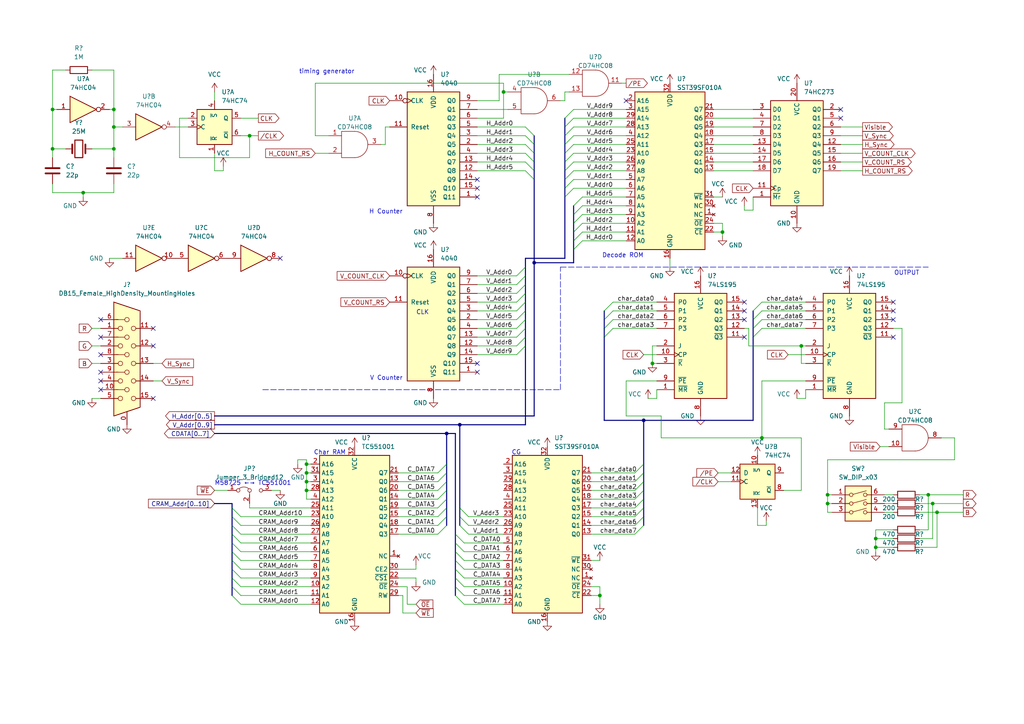
<source format=kicad_sch>
(kicad_sch (version 20211123) (generator eeschema)
  (paper "A4")
  (junction (at 88.9 139.7))
  (junction (at 133.35 123.19))
  (junction (at 189.23 105.41))
  (junction (at 129.54 125.73))
  (junction (at 15.24 43.18))
  (junction (at 209.55 67.31))
  (junction (at 154.94 76.2))
  (junction (at 240.03 143.51))
  (junction (at 186.69 121.92))
  (junction (at 232.41 100.33))
  (junction (at 33.02 31.75))
  (junction (at 88.9 142.24))
  (junction (at 146.05 26.67))
  (junction (at 15.24 31.75))
  (junction (at 72.39 39.37))
  (junction (at 271.78 148.59))
  (junction (at 254 158.75))
  (junction (at 254 156.21))
  (junction (at 269.24 143.51))
  (junction (at 24.13 55.88))
  (junction (at 88.9 137.16))
  (junction (at 173.99 172.72))
  (junction (at 270.51 146.05))
  (junction (at 220.98 127))
  (junction (at 240.03 146.05))
  (junction (at 33.02 36.83))
  (junction (at 33.02 43.18))
  (junction (at 88.9 134.62))
  (no_connect (at 138.43 105.41))
  (no_connect (at 29.21 102.87))
  (no_connect (at 29.21 107.95))
  (no_connect (at 29.21 110.49))
  (no_connect (at 29.21 113.03))
  (no_connect (at 44.45 95.25))
  (no_connect (at 29.21 92.71))
  (no_connect (at 29.21 97.79))
  (no_connect (at 44.45 100.33))
  (no_connect (at 44.45 115.57))
  (no_connect (at 81.28 74.93))
  (no_connect (at 243.84 34.29))
  (no_connect (at 215.9 87.63))
  (no_connect (at 259.08 90.17))
  (no_connect (at 259.08 92.71))
  (no_connect (at 215.9 90.17))
  (no_connect (at 138.43 107.95))
  (no_connect (at 215.9 97.79))
  (no_connect (at 259.08 97.79))
  (no_connect (at 215.9 92.71))
  (no_connect (at 138.43 54.61))
  (no_connect (at 243.84 31.75))
  (no_connect (at 181.61 29.21))
  (no_connect (at 138.43 57.15))
  (no_connect (at 138.43 52.07))
  (no_connect (at 259.08 87.63))
  (bus_entry (at 166.37 36.83) (size -2.54 2.54))
  (bus_entry (at 186.69 147.32) (size -2.54 2.54))
  (bus_entry (at 166.37 62.23) (size 2.54 -2.54))
  (bus_entry (at 166.37 31.75) (size -2.54 2.54))
  (bus_entry (at 166.37 54.61) (size -2.54 2.54))
  (bus_entry (at 166.37 44.45) (size -2.54 2.54))
  (bus_entry (at 166.37 34.29) (size -2.54 2.54))
  (bus_entry (at 152.4 44.45) (size 2.54 2.54))
  (bus_entry (at 218.44 97.79) (size 2.54 -2.54))
  (bus_entry (at 67.31 172.72) (size 2.54 2.54))
  (bus_entry (at 67.31 147.32) (size 2.54 2.54))
  (bus_entry (at 149.86 100.33) (size 2.54 -2.54))
  (bus_entry (at 127 142.24) (size 2.54 -2.54))
  (bus_entry (at 218.44 95.25) (size 2.54 -2.54))
  (bus_entry (at 218.44 92.71) (size 2.54 -2.54))
  (bus_entry (at 127 149.86) (size 2.54 -2.54))
  (bus_entry (at 133.35 147.32) (size 2.54 2.54))
  (bus_entry (at 166.37 64.77) (size 2.54 -2.54))
  (bus_entry (at 152.4 39.37) (size 2.54 2.54))
  (bus_entry (at 67.31 165.1) (size 2.54 2.54))
  (bus_entry (at 152.4 36.83) (size 2.54 2.54))
  (bus_entry (at 186.69 134.62) (size -2.54 2.54))
  (bus_entry (at 127 147.32) (size 2.54 -2.54))
  (bus_entry (at 186.69 139.7) (size -2.54 2.54))
  (bus_entry (at 166.37 69.85) (size 2.54 -2.54))
  (bus_entry (at 149.86 80.01) (size 2.54 -2.54))
  (bus_entry (at 166.37 41.91) (size -2.54 2.54))
  (bus_entry (at 152.4 46.99) (size 2.54 2.54))
  (bus_entry (at 186.69 149.86) (size -2.54 2.54))
  (bus_entry (at 166.37 59.69) (size 2.54 -2.54))
  (bus_entry (at 149.86 85.09) (size 2.54 -2.54))
  (bus_entry (at 149.86 97.79) (size 2.54 -2.54))
  (bus_entry (at 67.31 152.4) (size 2.54 2.54))
  (bus_entry (at 149.86 92.71) (size 2.54 -2.54))
  (bus_entry (at 166.37 72.39) (size 2.54 -2.54))
  (bus_entry (at 149.86 95.25) (size 2.54 -2.54))
  (bus_entry (at 166.37 39.37) (size -2.54 2.54))
  (bus_entry (at 186.69 144.78) (size -2.54 2.54))
  (bus_entry (at 127 144.78) (size 2.54 -2.54))
  (bus_entry (at 149.86 82.55) (size 2.54 -2.54))
  (bus_entry (at 175.26 97.79) (size 2.54 -2.54))
  (bus_entry (at 133.35 149.86) (size 2.54 2.54))
  (bus_entry (at 166.37 52.07) (size -2.54 2.54))
  (bus_entry (at 67.31 170.18) (size 2.54 2.54))
  (bus_entry (at 166.37 67.31) (size 2.54 -2.54))
  (bus_entry (at 127 139.7) (size 2.54 -2.54))
  (bus_entry (at 127 152.4) (size 2.54 -2.54))
  (bus_entry (at 134.62 165.1) (size -2.54 -2.54))
  (bus_entry (at 67.31 154.94) (size 2.54 2.54))
  (bus_entry (at 67.31 162.56) (size 2.54 2.54))
  (bus_entry (at 134.62 162.56) (size -2.54 -2.54))
  (bus_entry (at 67.31 167.64) (size 2.54 2.54))
  (bus_entry (at 175.26 92.71) (size 2.54 -2.54))
  (bus_entry (at 134.62 160.02) (size -2.54 -2.54))
  (bus_entry (at 127 137.16) (size 2.54 -2.54))
  (bus_entry (at 134.62 172.72) (size -2.54 -2.54))
  (bus_entry (at 166.37 49.53) (size -2.54 2.54))
  (bus_entry (at 134.62 157.48) (size -2.54 -2.54))
  (bus_entry (at 218.44 90.17) (size 2.54 -2.54))
  (bus_entry (at 166.37 46.99) (size -2.54 2.54))
  (bus_entry (at 133.35 152.4) (size 2.54 2.54))
  (bus_entry (at 127 154.94) (size 2.54 -2.54))
  (bus_entry (at 134.62 167.64) (size -2.54 -2.54))
  (bus_entry (at 149.86 90.17) (size 2.54 -2.54))
  (bus_entry (at 175.26 95.25) (size 2.54 -2.54))
  (bus_entry (at 67.31 160.02) (size 2.54 2.54))
  (bus_entry (at 149.86 87.63) (size 2.54 -2.54))
  (bus_entry (at 67.31 157.48) (size 2.54 2.54))
  (bus_entry (at 67.31 149.86) (size 2.54 2.54))
  (bus_entry (at 152.4 49.53) (size 2.54 2.54))
  (bus_entry (at 186.69 142.24) (size -2.54 2.54))
  (bus_entry (at 149.86 102.87) (size 2.54 -2.54))
  (bus_entry (at 134.62 170.18) (size -2.54 -2.54))
  (bus_entry (at 186.69 137.16) (size -2.54 2.54))
  (bus_entry (at 186.69 152.4) (size -2.54 2.54))
  (bus_entry (at 175.26 90.17) (size 2.54 -2.54))
  (bus_entry (at 152.4 41.91) (size 2.54 2.54))
  (bus_entry (at 134.62 175.26) (size -2.54 -2.54))
  (wire (pts (xy 146.05 172.72) (xy 134.62 172.72)))
  (wire (pts (xy 240.03 143.51) (xy 241.3 143.51)))
  (wire (pts (xy 120.65 163.83) (xy 120.65 165.1)))
  (wire (pts (xy 146.05 170.18) (xy 134.62 170.18)))
  (wire (pts (xy 194.31 77.47) (xy 194.31 74.93)))
  (wire (pts (xy 233.68 105.41) (xy 232.41 105.41)))
  (wire (pts (xy 115.57 137.16) (xy 127 137.16)))
  (bus (pts (xy 175.26 97.79) (xy 175.26 121.92)))
  (wire (pts (xy 86.36 134.62) (xy 86.36 133.35)))
  (bus (pts (xy 166.37 64.77) (xy 166.37 67.31)))
  (wire (pts (xy 276.86 133.35) (xy 240.03 133.35)))
  (wire (pts (xy 168.91 62.23) (xy 181.61 62.23)))
  (bus (pts (xy 152.4 85.09) (xy 152.4 87.63)))
  (bus (pts (xy 186.69 139.7) (xy 186.69 142.24)))
  (wire (pts (xy 135.89 152.4) (xy 146.05 152.4)))
  (wire (pts (xy 215.9 95.25) (xy 217.17 95.25)))
  (bus (pts (xy 152.4 90.17) (xy 152.4 92.71)))
  (bus (pts (xy 129.54 139.7) (xy 129.54 137.16)))
  (wire (pts (xy 138.43 95.25) (xy 149.86 95.25)))
  (wire (pts (xy 177.8 90.17) (xy 190.5 90.17)))
  (wire (pts (xy 69.85 165.1) (xy 90.17 165.1)))
  (wire (pts (xy 189.23 100.33) (xy 190.5 100.33)))
  (wire (pts (xy 64.77 49.53) (xy 64.77 48.26)))
  (wire (pts (xy 232.41 100.33) (xy 233.68 100.33)))
  (wire (pts (xy 173.99 170.18) (xy 173.99 172.72)))
  (wire (pts (xy 72.39 147.32) (xy 72.39 146.05)))
  (wire (pts (xy 190.5 105.41) (xy 189.23 105.41)))
  (wire (pts (xy 19.05 20.32) (xy 15.24 20.32)))
  (wire (pts (xy 138.43 87.63) (xy 149.86 87.63)))
  (wire (pts (xy 24.13 57.15) (xy 24.13 55.88)))
  (wire (pts (xy 250.19 44.45) (xy 243.84 44.45)))
  (wire (pts (xy 15.24 43.18) (xy 15.24 31.75)))
  (bus (pts (xy 152.4 95.25) (xy 152.4 97.79)))
  (bus (pts (xy 67.31 157.48) (xy 67.31 160.02)))
  (bus (pts (xy 132.08 125.73) (xy 132.08 154.94)))
  (wire (pts (xy 146.05 34.29) (xy 138.43 34.29)))
  (wire (pts (xy 219.71 147.32) (xy 219.71 152.4)))
  (wire (pts (xy 15.24 31.75) (xy 16.51 31.75)))
  (wire (pts (xy 118.11 175.26) (xy 120.65 175.26)))
  (bus (pts (xy 163.83 34.29) (xy 163.83 36.83)))
  (wire (pts (xy 222.25 152.4) (xy 222.25 151.13)))
  (bus (pts (xy 166.37 76.2) (xy 154.94 76.2)))
  (wire (pts (xy 91.44 39.37) (xy 91.44 24.13)))
  (bus (pts (xy 152.4 80.01) (xy 152.4 82.55)))
  (wire (pts (xy 163.83 29.21) (xy 163.83 26.67)))
  (wire (pts (xy 69.85 152.4) (xy 90.17 152.4)))
  (wire (pts (xy 218.44 57.15) (xy 218.44 60.96)))
  (wire (pts (xy 162.56 29.21) (xy 163.83 29.21)))
  (wire (pts (xy 266.7 143.51) (xy 269.24 143.51)))
  (bus (pts (xy 67.31 170.18) (xy 67.31 172.72)))
  (bus (pts (xy 132.08 162.56) (xy 132.08 165.1)))
  (wire (pts (xy 69.85 172.72) (xy 90.17 172.72)))
  (bus (pts (xy 218.44 97.79) (xy 218.44 121.92)))
  (bus (pts (xy 152.4 74.93) (xy 163.83 74.93)))
  (wire (pts (xy 91.44 44.45) (xy 95.25 44.45)))
  (wire (pts (xy 266.7 156.21) (xy 270.51 156.21)))
  (wire (pts (xy 259.08 95.25) (xy 261.62 95.25)))
  (wire (pts (xy 217.17 95.25) (xy 217.17 100.33)))
  (bus (pts (xy 129.54 142.24) (xy 129.54 139.7)))
  (wire (pts (xy 220.98 90.17) (xy 233.68 90.17)))
  (bus (pts (xy 154.94 39.37) (xy 154.94 41.91)))
  (wire (pts (xy 88.9 134.62) (xy 90.17 134.62)))
  (bus (pts (xy 152.4 100.33) (xy 152.4 123.19)))
  (bus (pts (xy 163.83 44.45) (xy 163.83 46.99)))
  (wire (pts (xy 72.39 39.37) (xy 74.93 39.37)))
  (wire (pts (xy 46.99 105.41) (xy 44.45 105.41)))
  (polyline (pts (xy 85.09 113.03) (xy 162.56 113.03)))
  (wire (pts (xy 78.74 142.24) (xy 81.28 142.24)))
  (wire (pts (xy 181.61 120.65) (xy 191.77 120.65)))
  (polyline (pts (xy 162.56 77.47) (xy 269.24 77.47)))
  (wire (pts (xy 184.15 139.7) (xy 171.45 139.7)))
  (bus (pts (xy 129.54 149.86) (xy 129.54 147.32)))
  (wire (pts (xy 240.03 148.59) (xy 240.03 146.05)))
  (wire (pts (xy 177.8 92.71) (xy 190.5 92.71)))
  (wire (pts (xy 26.67 105.41) (xy 29.21 105.41)))
  (wire (pts (xy 138.43 29.21) (xy 144.78 29.21)))
  (wire (pts (xy 15.24 20.32) (xy 15.24 31.75)))
  (bus (pts (xy 132.08 165.1) (xy 132.08 167.64)))
  (wire (pts (xy 111.76 41.91) (xy 111.76 36.83)))
  (wire (pts (xy 177.8 95.25) (xy 190.5 95.25)))
  (bus (pts (xy 163.83 36.83) (xy 163.83 39.37)))
  (wire (pts (xy 168.91 57.15) (xy 181.61 57.15)))
  (bus (pts (xy 163.83 57.15) (xy 163.83 54.61)))
  (wire (pts (xy 110.49 41.91) (xy 111.76 41.91)))
  (polyline (pts (xy 76.2 113.03) (xy 85.09 113.03)))
  (bus (pts (xy 166.37 69.85) (xy 166.37 72.39)))
  (bus (pts (xy 152.4 82.55) (xy 152.4 85.09)))
  (wire (pts (xy 250.19 46.99) (xy 243.84 46.99)))
  (wire (pts (xy 69.85 149.86) (xy 90.17 149.86)))
  (bus (pts (xy 152.4 92.71) (xy 152.4 95.25)))
  (wire (pts (xy 190.5 115.57) (xy 190.5 113.03)))
  (wire (pts (xy 166.37 44.45) (xy 181.61 44.45)))
  (wire (pts (xy 120.65 165.1) (xy 115.57 165.1)))
  (wire (pts (xy 15.24 43.18) (xy 19.05 43.18)))
  (wire (pts (xy 254 156.21) (xy 254 158.75)))
  (bus (pts (xy 163.83 41.91) (xy 163.83 44.45)))
  (wire (pts (xy 240.03 146.05) (xy 240.03 143.51)))
  (wire (pts (xy 15.24 53.34) (xy 15.24 55.88)))
  (wire (pts (xy 115.57 139.7) (xy 127 139.7)))
  (wire (pts (xy 266.7 146.05) (xy 270.51 146.05)))
  (bus (pts (xy 166.37 62.23) (xy 166.37 64.77)))
  (wire (pts (xy 171.45 172.72) (xy 173.99 172.72)))
  (wire (pts (xy 138.43 49.53) (xy 152.4 49.53)))
  (wire (pts (xy 33.02 43.18) (xy 33.02 45.72)))
  (wire (pts (xy 69.85 170.18) (xy 90.17 170.18)))
  (bus (pts (xy 175.26 90.17) (xy 175.26 92.71)))
  (wire (pts (xy 207.01 67.31) (xy 209.55 67.31)))
  (bus (pts (xy 67.31 162.56) (xy 67.31 165.1)))
  (bus (pts (xy 163.83 74.93) (xy 163.83 57.15)))
  (wire (pts (xy 62.23 44.45) (xy 62.23 49.53)))
  (wire (pts (xy 146.05 162.56) (xy 134.62 162.56)))
  (wire (pts (xy 218.44 46.99) (xy 207.01 46.99)))
  (wire (pts (xy 135.89 149.86) (xy 146.05 149.86)))
  (wire (pts (xy 168.91 64.77) (xy 181.61 64.77)))
  (wire (pts (xy 69.85 162.56) (xy 90.17 162.56)))
  (bus (pts (xy 218.44 90.17) (xy 218.44 92.71)))
  (wire (pts (xy 259.08 146.05) (xy 256.54 146.05)))
  (wire (pts (xy 173.99 172.72) (xy 173.99 175.26)))
  (wire (pts (xy 218.44 60.96) (xy 215.9 60.96)))
  (wire (pts (xy 231.14 115.57) (xy 233.68 115.57)))
  (wire (pts (xy 115.57 152.4) (xy 127 152.4)))
  (wire (pts (xy 138.43 39.37) (xy 152.4 39.37)))
  (bus (pts (xy 152.4 97.79) (xy 152.4 100.33)))
  (wire (pts (xy 218.44 39.37) (xy 207.01 39.37)))
  (wire (pts (xy 33.02 36.83) (xy 33.02 43.18)))
  (wire (pts (xy 88.9 142.24) (xy 90.17 142.24)))
  (wire (pts (xy 181.61 110.49) (xy 181.61 120.65)))
  (wire (pts (xy 135.89 154.94) (xy 146.05 154.94)))
  (wire (pts (xy 184.15 149.86) (xy 171.45 149.86)))
  (bus (pts (xy 186.69 121.92) (xy 218.44 121.92)))
  (wire (pts (xy 255.27 129.54) (xy 257.81 129.54)))
  (wire (pts (xy 26.67 100.33) (xy 29.21 100.33)))
  (wire (pts (xy 220.98 110.49) (xy 220.98 127)))
  (wire (pts (xy 168.91 69.85) (xy 181.61 69.85)))
  (bus (pts (xy 132.08 125.73) (xy 129.54 125.73)))
  (bus (pts (xy 154.94 41.91) (xy 154.94 44.45)))
  (wire (pts (xy 88.9 139.7) (xy 88.9 142.24)))
  (bus (pts (xy 186.69 134.62) (xy 186.69 137.16)))
  (wire (pts (xy 207.01 57.15) (xy 209.55 57.15)))
  (wire (pts (xy 88.9 139.7) (xy 90.17 139.7)))
  (wire (pts (xy 116.84 172.72) (xy 116.84 177.8)))
  (wire (pts (xy 138.43 36.83) (xy 152.4 36.83)))
  (wire (pts (xy 72.39 147.32) (xy 90.17 147.32)))
  (bus (pts (xy 129.54 144.78) (xy 129.54 142.24)))
  (wire (pts (xy 115.57 170.18) (xy 118.11 170.18)))
  (bus (pts (xy 62.23 120.65) (xy 154.94 120.65)))
  (wire (pts (xy 163.83 26.67) (xy 165.1 26.67)))
  (bus (pts (xy 186.69 147.32) (xy 186.69 149.86)))
  (wire (pts (xy 146.05 157.48) (xy 134.62 157.48)))
  (wire (pts (xy 276.86 127) (xy 276.86 133.35)))
  (wire (pts (xy 218.44 34.29) (xy 207.01 34.29)))
  (wire (pts (xy 138.43 97.79) (xy 149.86 97.79)))
  (wire (pts (xy 271.78 158.75) (xy 271.78 148.59)))
  (wire (pts (xy 184.15 152.4) (xy 171.45 152.4)))
  (wire (pts (xy 115.57 172.72) (xy 116.84 172.72)))
  (wire (pts (xy 144.78 29.21) (xy 144.78 21.59)))
  (bus (pts (xy 132.08 170.18) (xy 132.08 172.72)))
  (wire (pts (xy 270.51 146.05) (xy 279.4 146.05)))
  (wire (pts (xy 166.37 49.53) (xy 181.61 49.53)))
  (wire (pts (xy 254 158.75) (xy 259.08 158.75)))
  (wire (pts (xy 184.15 147.32) (xy 171.45 147.32)))
  (wire (pts (xy 26.67 95.25) (xy 29.21 95.25)))
  (wire (pts (xy 115.57 167.64) (xy 120.65 167.64)))
  (bus (pts (xy 129.54 125.73) (xy 129.54 134.62)))
  (wire (pts (xy 271.78 148.59) (xy 279.4 148.59)))
  (bus (pts (xy 186.69 121.92) (xy 186.69 134.62)))
  (wire (pts (xy 166.37 54.61) (xy 181.61 54.61)))
  (wire (pts (xy 270.51 156.21) (xy 270.51 146.05)))
  (wire (pts (xy 146.05 175.26) (xy 134.62 175.26)))
  (wire (pts (xy 146.05 160.02) (xy 134.62 160.02)))
  (wire (pts (xy 256.54 116.84) (xy 256.54 124.46)))
  (wire (pts (xy 181.61 24.13) (xy 180.34 24.13)))
  (wire (pts (xy 266.7 158.75) (xy 271.78 158.75)))
  (wire (pts (xy 254 156.21) (xy 259.08 156.21)))
  (wire (pts (xy 26.67 115.57) (xy 29.21 115.57)))
  (bus (pts (xy 129.54 147.32) (xy 129.54 144.78)))
  (wire (pts (xy 69.85 39.37) (xy 72.39 39.37)))
  (bus (pts (xy 132.08 167.64) (xy 132.08 170.18)))
  (wire (pts (xy 115.57 144.78) (xy 127 144.78)))
  (wire (pts (xy 88.9 144.78) (xy 90.17 144.78)))
  (wire (pts (xy 15.24 45.72) (xy 15.24 43.18)))
  (wire (pts (xy 31.75 31.75) (xy 33.02 31.75)))
  (wire (pts (xy 138.43 90.17) (xy 149.86 90.17)))
  (wire (pts (xy 273.05 127) (xy 276.86 127)))
  (wire (pts (xy 266.7 148.59) (xy 271.78 148.59)))
  (bus (pts (xy 175.26 92.71) (xy 175.26 95.25)))
  (wire (pts (xy 115.57 149.86) (xy 127 149.86)))
  (wire (pts (xy 269.24 143.51) (xy 279.4 143.51)))
  (wire (pts (xy 138.43 44.45) (xy 152.4 44.45)))
  (wire (pts (xy 168.91 59.69) (xy 181.61 59.69)))
  (wire (pts (xy 88.9 134.62) (xy 88.9 137.16)))
  (wire (pts (xy 233.68 110.49) (xy 220.98 110.49)))
  (bus (pts (xy 67.31 149.86) (xy 67.31 152.4)))
  (bus (pts (xy 62.23 123.19) (xy 133.35 123.19)))
  (wire (pts (xy 144.78 21.59) (xy 165.1 21.59)))
  (bus (pts (xy 132.08 157.48) (xy 132.08 160.02)))
  (wire (pts (xy 33.02 20.32) (xy 33.02 31.75)))
  (wire (pts (xy 232.41 127) (xy 232.41 142.24)))
  (wire (pts (xy 116.84 177.8) (xy 120.65 177.8)))
  (wire (pts (xy 120.65 167.64) (xy 120.65 168.91)))
  (wire (pts (xy 138.43 82.55) (xy 149.86 82.55)))
  (wire (pts (xy 88.9 137.16) (xy 88.9 139.7)))
  (wire (pts (xy 69.85 175.26) (xy 90.17 175.26)))
  (wire (pts (xy 250.19 49.53) (xy 243.84 49.53)))
  (wire (pts (xy 138.43 85.09) (xy 149.86 85.09)))
  (wire (pts (xy 115.57 142.24) (xy 127 142.24)))
  (wire (pts (xy 138.43 31.75) (xy 147.32 31.75)))
  (wire (pts (xy 138.43 92.71) (xy 149.86 92.71)))
  (wire (pts (xy 261.62 116.84) (xy 256.54 116.84)))
  (wire (pts (xy 138.43 100.33) (xy 149.86 100.33)))
  (wire (pts (xy 88.9 142.24) (xy 88.9 144.78)))
  (wire (pts (xy 250.19 39.37) (xy 243.84 39.37)))
  (wire (pts (xy 74.93 34.29) (xy 69.85 34.29)))
  (wire (pts (xy 254 153.67) (xy 254 156.21)))
  (wire (pts (xy 218.44 31.75) (xy 207.01 31.75)))
  (bus (pts (xy 67.31 147.32) (xy 67.31 149.86)))
  (wire (pts (xy 91.44 24.13) (xy 146.05 24.13)))
  (bus (pts (xy 175.26 95.25) (xy 175.26 97.79)))
  (wire (pts (xy 257.81 124.46) (xy 256.54 124.46)))
  (wire (pts (xy 52.07 34.29) (xy 52.07 45.72)))
  (bus (pts (xy 129.54 137.16) (xy 129.54 134.62)))
  (wire (pts (xy 186.69 102.87) (xy 190.5 102.87)))
  (wire (pts (xy 146.05 165.1) (xy 134.62 165.1)))
  (bus (pts (xy 129.54 152.4) (xy 129.54 149.86)))
  (wire (pts (xy 250.19 36.83) (xy 243.84 36.83)))
  (wire (pts (xy 35.56 36.83) (xy 33.02 36.83)))
  (wire (pts (xy 138.43 102.87) (xy 149.86 102.87)))
  (wire (pts (xy 240.03 133.35) (xy 240.03 143.51)))
  (wire (pts (xy 208.28 137.16) (xy 212.09 137.16)))
  (wire (pts (xy 218.44 36.83) (xy 207.01 36.83)))
  (wire (pts (xy 218.44 49.53) (xy 207.01 49.53)))
  (wire (pts (xy 24.13 55.88) (xy 33.02 55.88)))
  (bus (pts (xy 67.31 147.32) (xy 67.31 146.05)))
  (wire (pts (xy 187.96 115.57) (xy 190.5 115.57)))
  (wire (pts (xy 254 158.75) (xy 254 160.02)))
  (wire (pts (xy 207.01 64.77) (xy 209.55 64.77)))
  (wire (pts (xy 88.9 137.16) (xy 90.17 137.16)))
  (polyline (pts (xy 162.56 113.03) (xy 162.56 77.47)))
  (bus (pts (xy 163.83 46.99) (xy 163.83 49.53)))
  (wire (pts (xy 266.7 153.67) (xy 269.24 153.67)))
  (bus (pts (xy 186.69 144.78) (xy 186.69 147.32)))
  (wire (pts (xy 54.61 36.83) (xy 50.8 36.83)))
  (wire (pts (xy 220.98 95.25) (xy 233.68 95.25)))
  (wire (pts (xy 166.37 39.37) (xy 181.61 39.37)))
  (wire (pts (xy 259.08 148.59) (xy 256.54 148.59)))
  (bus (pts (xy 166.37 59.69) (xy 166.37 62.23)))
  (wire (pts (xy 146.05 26.67) (xy 146.05 34.29)))
  (wire (pts (xy 269.24 153.67) (xy 269.24 143.51)))
  (bus (pts (xy 166.37 72.39) (xy 166.37 76.2)))
  (wire (pts (xy 46.99 110.49) (xy 44.45 110.49)))
  (wire (pts (xy 52.07 45.72) (xy 72.39 45.72)))
  (wire (pts (xy 233.68 115.57) (xy 233.68 113.03)))
  (wire (pts (xy 26.67 43.18) (xy 33.02 43.18)))
  (wire (pts (xy 72.39 45.72) (xy 72.39 39.37)))
  (wire (pts (xy 209.55 67.31) (xy 209.55 68.58)))
  (bus (pts (xy 67.31 167.64) (xy 67.31 170.18)))
  (wire (pts (xy 168.91 67.31) (xy 181.61 67.31)))
  (wire (pts (xy 232.41 105.41) (xy 232.41 100.33)))
  (bus (pts (xy 163.83 39.37) (xy 163.83 41.91)))
  (bus (pts (xy 133.35 123.19) (xy 133.35 147.32)))
  (wire (pts (xy 146.05 167.64) (xy 134.62 167.64)))
  (wire (pts (xy 166.37 36.83) (xy 181.61 36.83)))
  (wire (pts (xy 69.85 160.02) (xy 90.17 160.02)))
  (bus (pts (xy 154.94 76.2) (xy 154.94 120.65)))
  (wire (pts (xy 184.15 142.24) (xy 171.45 142.24)))
  (wire (pts (xy 95.25 39.37) (xy 91.44 39.37)))
  (bus (pts (xy 186.69 149.86) (xy 186.69 152.4)))
  (bus (pts (xy 154.94 52.07) (xy 154.94 76.2)))
  (wire (pts (xy 191.77 127) (xy 220.98 127)))
  (wire (pts (xy 228.6 102.87) (xy 233.68 102.87)))
  (wire (pts (xy 241.3 148.59) (xy 240.03 148.59)))
  (bus (pts (xy 154.94 46.99) (xy 154.94 49.53)))
  (wire (pts (xy 232.41 142.24) (xy 227.33 142.24)))
  (wire (pts (xy 184.15 154.94) (xy 171.45 154.94)))
  (wire (pts (xy 217.17 100.33) (xy 232.41 100.33)))
  (wire (pts (xy 86.36 133.35) (xy 88.9 133.35)))
  (bus (pts (xy 67.31 152.4) (xy 67.31 154.94)))
  (wire (pts (xy 62.23 26.67) (xy 62.23 29.21)))
  (wire (pts (xy 166.37 52.07) (xy 181.61 52.07)))
  (wire (pts (xy 69.85 157.48) (xy 90.17 157.48)))
  (wire (pts (xy 259.08 143.51) (xy 256.54 143.51)))
  (wire (pts (xy 219.71 152.4) (xy 222.25 152.4)))
  (wire (pts (xy 191.77 120.65) (xy 191.77 127)))
  (wire (pts (xy 166.37 31.75) (xy 181.61 31.75)))
  (wire (pts (xy 31.75 74.93) (xy 35.56 74.93)))
  (bus (pts (xy 163.83 49.53) (xy 163.83 52.07)))
  (wire (pts (xy 171.45 170.18) (xy 173.99 170.18)))
  (bus (pts (xy 175.26 121.92) (xy 186.69 121.92)))
  (bus (pts (xy 163.83 52.07) (xy 163.83 54.61)))
  (wire (pts (xy 115.57 147.32) (xy 127 147.32)))
  (wire (pts (xy 69.85 167.64) (xy 90.17 167.64)))
  (wire (pts (xy 208.28 139.7) (xy 212.09 139.7)))
  (bus (pts (xy 152.4 123.19) (xy 133.35 123.19)))
  (wire (pts (xy 259.08 153.67) (xy 254 153.67)))
  (wire (pts (xy 166.37 34.29) (xy 181.61 34.29)))
  (wire (pts (xy 209.55 64.77) (xy 209.55 67.31)))
  (wire (pts (xy 138.43 46.99) (xy 152.4 46.99)))
  (wire (pts (xy 115.57 154.94) (xy 127 154.94)))
  (bus (pts (xy 132.08 154.94) (xy 132.08 157.48)))
  (bus (pts (xy 67.31 165.1) (xy 67.31 167.64)))
  (bus (pts (xy 152.4 77.47) (xy 152.4 80.01)))
  (wire (pts (xy 215.9 60.96) (xy 215.9 59.69)))
  (wire (pts (xy 171.45 162.56) (xy 173.99 162.56)))
  (wire (pts (xy 184.15 137.16) (xy 171.45 137.16)))
  (bus (pts (xy 133.35 147.32) (xy 133.35 149.86)))
  (wire (pts (xy 138.43 41.91) (xy 152.4 41.91)))
  (bus (pts (xy 62.23 125.73) (xy 129.54 125.73)))
  (wire (pts (xy 261.62 95.25) (xy 261.62 116.84)))
  (bus (pts (xy 218.44 95.25) (xy 218.44 97.79)))
  (bus (pts (xy 154.94 44.45) (xy 154.94 46.99)))
  (bus (pts (xy 186.69 142.24) (xy 186.69 144.78)))
  (wire (pts (xy 220.98 127) (xy 232.41 127)))
  (wire (pts (xy 166.37 46.99) (xy 181.61 46.99)))
  (wire (pts (xy 240.03 146.05) (xy 241.3 146.05)))
  (wire (pts (xy 15.24 55.88) (xy 24.13 55.88)))
  (wire (pts (xy 62.23 49.53) (xy 64.77 49.53)))
  (bus (pts (xy 152.4 77.47) (xy 152.4 74.93)))
  (bus (pts (xy 152.4 87.63) (xy 152.4 90.17)))
  (wire (pts (xy 26.67 20.32) (xy 33.02 20.32)))
  (bus (pts (xy 132.08 160.02) (xy 132.08 162.56)))
  (wire (pts (xy 69.85 154.94) (xy 90.17 154.94)))
  (bus (pts (xy 133.35 149.86) (xy 133.35 152.4)))
  (bus (pts (xy 154.94 49.53) (xy 154.94 52.07)))
  (wire (pts (xy 218.44 41.91) (xy 207.01 41.91)))
  (wire (pts (xy 111.76 36.83) (xy 113.03 36.83)))
  (wire (pts (xy 177.8 87.63) (xy 190.5 87.63)))
  (wire (pts (xy 250.19 41.91) (xy 243.84 41.91)))
  (bus (pts (xy 186.69 137.16) (xy 186.69 139.7)))
  (wire (pts (xy 220.98 92.71) (xy 233.68 92.71)))
  (wire (pts (xy 220.98 87.63) (xy 233.68 87.63)))
  (wire (pts (xy 146.05 24.13) (xy 146.05 26.67)))
  (wire (pts (xy 138.43 80.01) (xy 149.86 80.01)))
  (wire (pts (xy 189.23 105.41) (xy 189.23 100.33)))
  (wire (pts (xy 62.23 142.24) (xy 66.04 142.24)))
  (wire (pts (xy 218.44 44.45) (xy 207.01 44.45)))
  (wire (pts (xy 190.5 110.49) (xy 181.61 110.49)))
  (bus (pts (xy 62.23 146.05) (xy 67.31 146.05)))
  (bus (pts (xy 218.44 92.71) (xy 218.44 95.25)))
  (wire (pts (xy 146.05 26.67) (xy 147.32 26.67)))
  (wire (pts (xy 33.02 31.75) (xy 33.02 36.83)))
  (wire (pts (xy 33.02 55.88) (xy 33.02 53.34)))
  (wire (pts (xy 166.37 41.91) (xy 181.61 41.91)))
  (bus (pts (xy 67.31 160.02) (xy 67.31 162.56)))
  (wire (pts (xy 118.11 170.18) (xy 118.11 175.26)))
  (bus (pts (xy 67.31 154.94) (xy 67.31 157.48)))
  (wire (pts (xy 88.9 133.35) (xy 88.9 134.62)))
  (wire (pts (xy 54.61 34.29) (xy 52.07 34.29)))
  (wire (pts (xy 184.15 144.78) (xy 171.45 144.78)))
  (bus (pts (xy 166.37 67.31) (xy 166.37 69.85)))
  (text "V Counter" (at 116.84 110.49 180) (effects (font (size 1.27 1.27)) (justify right bottom)))
  (text "timing generator" (at 102.87 21.59 180) (effects (font (size 1.27 1.27)) (justify right bottom)))
  (text "Char RAM" (at 100.33 132.08 180) (effects (font (size 1.27 1.27)) (justify right bottom)))
  (text "M58725 ←→ TC551001" (at 62.23 140.97 0) (effects (font (size 1.27 1.27)) (justify left bottom)))
  (text "CG" (at 151.13 132.08 180) (effects (font (size 1.27 1.27)) (justify right bottom)))
  (text "CLK" (at 124.46 91.44 180) (effects (font (size 1.27 1.27)) (justify right bottom)))
  (text "H Counter" (at 116.84 62.23 180) (effects (font (size 1.27 1.27)) (justify right bottom)))
  (text "Decode ROM" (at 186.69 74.93 180) (effects (font (size 1.27 1.27)) (justify right bottom)))
  (text "OUTPUT" (at 266.7 80.01 180) (effects (font (size 1.27 1.27)) (justify right bottom)))
  (label "V_Addr2" (at 137.16 152.4 0))
  (label "CRAM_Addr5" (at 74.93 162.56 0))
  (label "char_data1" (at 173.99 139.7 0))
  (label "char_data5" (at 173.99 149.86 0))
  (label "V_Addr8" (at 140.97 100.33 0))
  (label "CRAM_Addr6" (at 74.93 160.02 0))
  (label "H_Addr5" (at 177.8 57.15 180))
  (label "V_Addr2" (at 177.8 49.53 180))
  (label "C_DATA2" (at 137.16 162.56 0))
  (label "CRAM_Addr2" (at 74.93 170.18 0))
  (label "V_Addr3" (at 137.16 149.86 0))
  (label "V_Addr0" (at 177.8 54.61 180))
  (label "V_Addr4" (at 177.8 44.45 180))
  (label "H_Addr4" (at 140.97 46.99 0))
  (label "V_Addr1" (at 177.8 52.07 180))
  (label "char_data7" (at 173.99 154.94 0))
  (label "C_DATA6" (at 118.11 139.7 0))
  (label "C_DATA1" (at 137.16 160.02 0))
  (label "H_Addr3" (at 177.8 62.23 180))
  (label "C_DATA3" (at 137.16 165.1 0))
  (label "C_DATA1" (at 118.11 152.4 0))
  (label "V_Addr7" (at 177.8 36.83 180))
  (label "C_DATA0" (at 137.16 157.48 0))
  (label "char_data3" (at 179.07 95.25 0))
  (label "V_Addr3" (at 140.97 87.63 0))
  (label "C_DATA4" (at 137.16 167.64 0))
  (label "H_Addr3" (at 140.97 44.45 0))
  (label "V_Addr7" (at 140.97 97.79 0))
  (label "V_Addr5" (at 177.8 41.91 180))
  (label "V_Addr5" (at 140.97 92.71 0))
  (label "H_Addr5" (at 140.97 49.53 0))
  (label "char_data3" (at 173.99 144.78 0))
  (label "CRAM_Addr8" (at 74.93 154.94 0))
  (label "H_Addr2" (at 140.97 41.91 0))
  (label "V_Addr4" (at 140.97 90.17 0))
  (label "C_DATA5" (at 118.11 142.24 0))
  (label "char_data0" (at 179.07 87.63 0))
  (label "CRAM_Addr9" (at 74.93 152.4 0))
  (label "C_DATA6" (at 137.16 172.72 0))
  (label "H_Addr0" (at 177.8 69.85 180))
  (label "char_data2" (at 179.07 92.71 0))
  (label "V_Addr2" (at 140.97 85.09 0))
  (label "C_DATA7" (at 137.16 175.26 0))
  (label "V_Addr8" (at 177.8 34.29 180))
  (label "char_data1" (at 179.07 90.17 0))
  (label "V_Addr1" (at 137.16 154.94 0))
  (label "char_data0" (at 173.99 137.16 0))
  (label "C_DATA4" (at 118.11 144.78 0))
  (label "V_Addr6" (at 140.97 95.25 0))
  (label "char_data6" (at 222.25 92.71 0))
  (label "char_data2" (at 173.99 142.24 0))
  (label "CRAM_Addr1" (at 74.93 172.72 0))
  (label "C_DATA7" (at 118.11 137.16 0))
  (label "char_data6" (at 173.99 152.4 0))
  (label "char_data4" (at 222.25 87.63 0))
  (label "char_data7" (at 222.25 95.25 0))
  (label "V_Addr3" (at 177.8 46.99 180))
  (label "C_DATA0" (at 118.11 154.94 0))
  (label "CRAM_Addr0" (at 74.93 175.26 0))
  (label "V_Addr6" (at 177.8 39.37 180))
  (label "C_DATA3" (at 118.11 147.32 0))
  (label "CRAM_Addr3" (at 74.93 167.64 0))
  (label "char_data5" (at 222.25 90.17 0))
  (label "H_Addr4" (at 177.8 59.69 180))
  (label "char_data4" (at 173.99 147.32 0))
  (label "H_Addr1" (at 177.8 67.31 180))
  (label "H_Addr0" (at 140.97 36.83 0))
  (label "V_Addr9" (at 177.8 31.75 180))
  (label "V_Addr9" (at 140.97 102.87 0))
  (label "H_Addr1" (at 140.97 39.37 0))
  (label "C_DATA2" (at 118.11 149.86 0))
  (label "CRAM_Addr7" (at 74.93 157.48 0))
  (label "V_Addr0" (at 140.97 80.01 0))
  (label "CRAM_Addr10" (at 74.93 149.86 0))
  (label "C_DATA5" (at 137.16 170.18 0))
  (label "H_Addr2" (at 177.8 64.77 180))
  (label "CRAM_Addr4" (at 74.93 165.1 0))
  (label "V_Addr1" (at 140.97 82.55 0))
  (global_label "V_COUNT_CLK" (shape output) (at 250.19 44.45 0) (property "Intersheet References" "${INTERSHEET_REFS}" (effects hide)))
  (global_label "CLK" (shape input) (at 113.03 29.21 180) (property "Intersheet References" "${INTERSHEET_REFS}" (effects hide)))
  (global_label "R" (shape output) (at 279.4 143.51 0) (property "Intersheet References" "${INTERSHEET_REFS}" (effects hide)))
  (global_label "~{OE}" (shape input) (at 120.65 175.26 0) (property "Intersheet References" "${INTERSHEET_REFS}" (effects hide)))
  (global_label "CRAM_Addr[0..10]" (shape input) (at 62.23 146.05 180) (property "Intersheet References" "${INTERSHEET_REFS}" (effects hide)))
  (global_label "Visible" (shape input) (at 255.27 129.54 180) (property "Intersheet References" "${INTERSHEET_REFS}" (effects hide)))
  (global_label "H_Sync" (shape output) (at 250.19 41.91 0) (property "Intersheet References" "${INTERSHEET_REFS}" (effects hide)))
  (global_label "H_COUNT_RS" (shape output) (at 250.19 49.53 0) (property "Intersheet References" "${INTERSHEET_REFS}" (effects hide)))
  (global_label "B" (shape output) (at 279.4 148.59 0) (property "Intersheet References" "${INTERSHEET_REFS}" (effects hide)))
  (global_label "H_Sync" (shape input) (at 46.99 105.41 0) (property "Intersheet References" "${INTERSHEET_REFS}" (effects hide)))
  (global_label "V_COUNT_CLK" (shape input) (at 113.03 80.01 180) (property "Intersheet References" "${INTERSHEET_REFS}" (effects hide)))
  (global_label "G" (shape output) (at 279.4 146.05 0) (property "Intersheet References" "${INTERSHEET_REFS}" (effects hide)))
  (global_label "Visible" (shape output) (at 250.19 36.83 0) (property "Intersheet References" "${INTERSHEET_REFS}" (effects hide)))
  (global_label "H_COUNT_RS" (shape input) (at 91.44 44.45 180) (property "Intersheet References" "${INTERSHEET_REFS}" (effects hide)))
  (global_label "CLK" (shape input) (at 228.6 102.87 180) (property "Intersheet References" "${INTERSHEET_REFS}" (effects hide)))
  (global_label "{slash}PE" (shape output) (at 181.61 24.13 0) (property "Intersheet References" "${INTERSHEET_REFS}" (effects hide)))
  (global_label "~{WE}" (shape input) (at 62.23 142.24 180) (property "Intersheet References" "${INTERSHEET_REFS}" (effects hide)))
  (global_label "CDATA[0..7]" (shape bidirectional) (at 62.23 125.73 180) (property "Intersheet References" "${INTERSHEET_REFS}" (effects hide)))
  (global_label "{slash}PE" (shape input) (at 208.28 137.16 180) (property "Intersheet References" "${INTERSHEET_REFS}" (effects hide)))
  (global_label "{slash}CLK" (shape output) (at 74.93 39.37 0) (property "Intersheet References" "${INTERSHEET_REFS}" (effects hide)))
  (global_label "G" (shape input) (at 26.67 100.33 180) (property "Intersheet References" "${INTERSHEET_REFS}" (effects hide)))
  (global_label "CLK" (shape input) (at 186.69 102.87 180) (property "Intersheet References" "${INTERSHEET_REFS}" (effects hide)))
  (global_label "H_Addr[0..5]" (shape output) (at 62.23 120.65 180) (property "Intersheet References" "${INTERSHEET_REFS}" (effects hide)))
  (global_label "V_Sync" (shape output) (at 250.19 39.37 0) (property "Intersheet References" "${INTERSHEET_REFS}" (effects hide)))
  (global_label "CLK" (shape input) (at 218.44 54.61 180) (property "Intersheet References" "${INTERSHEET_REFS}" (effects hide)))
  (global_label "V_COUNT_RS" (shape output) (at 250.19 46.99 0) (property "Intersheet References" "${INTERSHEET_REFS}" (effects hide)))
  (global_label "CLK" (shape output) (at 74.93 34.29 0) (property "Intersheet References" "${INTERSHEET_REFS}" (effects hide)))
  (global_label "~{WE}" (shape input) (at 120.65 177.8 0) (property "Intersheet References" "${INTERSHEET_REFS}" (effects hide)))
  (global_label "R" (shape input) (at 26.67 95.25 180) (property "Intersheet References" "${INTERSHEET_REFS}" (effects hide)))
  (global_label "B" (shape input) (at 26.67 105.41 180) (property "Intersheet References" "${INTERSHEET_REFS}" (effects hide)))
  (global_label "V_COUNT_RS" (shape input) (at 113.03 87.63 180) (property "Intersheet References" "${INTERSHEET_REFS}" (effects hide)))
  (global_label "{slash}CLK" (shape input) (at 208.28 139.7 180) (property "Intersheet References" "${INTERSHEET_REFS}" (effects hide)))
  (global_label "V_Addr[0..9]" (shape output) (at 62.23 123.19 180) (property "Intersheet References" "${INTERSHEET_REFS}" (effects hide)))
  (global_label "V_Sync" (shape input) (at 46.99 110.49 0) (property "Intersheet References" "${INTERSHEET_REFS}" (effects hide)))
  (symbol (lib_id "power:GND") (at 31.75 74.93 0) (unit 1)
    (property "Reference" "#PWR?" (effects hide))
    (property "Value" "GND" (at 27.94 74.93 0))
  )
  (symbol (lib_id "Device:R") (at 262.89 153.67 90) (unit 1)
    (property "Reference" "R?" (at 266.7 154.94 90))
    (property "Value" "470" (at 257.81 154.94 90))
  )
  (symbol (lib_id "power:VCC") (at 64.77 48.26 0) (unit 1)
    (property "Reference" "#PWR?" (effects hide))
    (property "Value" "VCC" (at 64.77 44.45 0))
  )
  (symbol (lib_id "power:VCC") (at 231.14 24.13 0) (unit 1)
    (property "Reference" "#PWR?" (effects hide))
    (property "Value" "VCC" (at 227.33 22.86 0))
  )
  (symbol (lib_id "74xx:74HC04") (at 43.18 36.83 0) (unit 2)
    (property "Reference" "U?" (at 43.18 27.94 0))
    (property "Value" "74HC04" (at 43.18 30.48 0))
    (property "Datasheet" "https://assets.nexperia.com/documents/data-sheet/74HC_HCT04.pdf" (effects hide))
  )
  (symbol (lib_id "74xx:74LS195") (at 203.2 100.33 0) (unit 1)
    (property "Reference" "U?" (at 205.2194 80.01 0) (effects (justify left)))
    (property "Value" "74LS195" (at 205.2194 82.55 0) (effects (justify left)))
    (property "Datasheet" "http://www.ti.com/lit/gpn/sn74LS195" (effects hide))
  )
  (symbol (lib_id "power:GND") (at 125.73 64.77 0) (unit 1)
    (property "Reference" "#PWR?" (effects hide))
    (property "Value" "GND" (at 121.92 67.31 0))
  )
  (symbol (lib_id "Device:R") (at 22.86 20.32 90) (unit 1)
    (property "Reference" "R?" (at 22.86 13.97 90))
    (property "Value" "1M" (at 22.86 16.51 90))
  )
  (symbol (lib_id "power:VCC") (at 194.31 24.13 0) (unit 1)
    (property "Reference" "#PWR?" (effects hide))
    (property "Value" "VCC" (at 190.5 22.86 0))
  )
  (symbol (lib_id "power:VCC") (at 125.73 21.59 0) (unit 1)
    (property "Reference" "#PWR?" (effects hide))
    (property "Value" "VCC" (at 121.92 20.32 0))
  )
  (symbol (lib_id "Jumper:Jumper_3_Bridged12") (at 72.39 142.24 0) (unit 1)
    (property "Reference" "JP?" (at 72.39 135.89 0))
    (property "Value" "Jumper_3_Bridged12" (at 72.39 138.43 0))
  )
  (symbol (lib_id "74xx:74LS195") (at 246.38 100.33 0) (unit 1)
    (property "Reference" "U?" (at 248.3994 80.01 0) (effects (justify left)))
    (property "Value" "74LS195" (at 248.3994 82.55 0) (effects (justify left)))
    (property "Datasheet" "http://www.ti.com/lit/gpn/sn74LS195" (effects hide))
  )
  (symbol (lib_id "74xx:74HC74") (at 219.71 139.7 0) (unit 2)
    (property "Reference" "U?" (at 221.7294 129.54 0) (effects (justify left)))
    (property "Value" "74HC74" (at 221.7294 132.08 0) (effects (justify left)))
    (property "Datasheet" "74xx/74hc_hct74.pdf" (effects hide))
  )
  (symbol (lib_id "CD74HCXX:CD74HC08") (at 102.87 41.91 0) (unit 1)
    (property "Reference" "U?" (at 102.87 34.29 0))
    (property "Value" "CD74HC08" (at 102.87 36.83 0))
  )
  (symbol (lib_id "Device:C") (at 33.02 49.53 0) (unit 1)
    (property "Reference" "C?" (at 36.83 48.2599 0) (effects (justify left)))
    (property "Value" "22p" (at 36.83 50.7999 0) (effects (justify left)))
  )
  (symbol (lib_id "power:VCC") (at 187.96 115.57 0) (unit 1)
    (property "Reference" "#PWR?" (effects hide))
    (property "Value" "VCC" (at 184.15 114.3 0))
  )
  (symbol (lib_id "power:GND") (at 254 160.02 0) (unit 1)
    (property "Reference" "#PWR?" (effects hide))
    (property "Value" "GND" (at 250.19 160.02 0))
  )
  (symbol (lib_id "power:VCC") (at 203.2 80.01 0) (unit 1)
    (property "Reference" "#PWR?" (effects hide))
    (property "Value" "VCC" (at 199.39 78.74 0))
  )
  (symbol (lib_id "power:GND") (at 81.28 142.24 0) (unit 1)
    (property "Reference" "#PWR?" (effects hide))
    (property "Value" "GND" (at 81.28 146.05 0))
  )
  (symbol (lib_id "power:VCC") (at 125.73 72.39 0) (unit 1)
    (property "Reference" "#PWR?" (effects hide))
    (property "Value" "VCC" (at 121.92 71.12 0))
  )
  (symbol (lib_id "power:GND") (at 86.36 134.62 0) (unit 1)
    (property "Reference" "#PWR?" (effects hide))
    (property "Value" "GND" (at 86.36 138.43 0))
  )
  (symbol (lib_id "74xx:74HC04") (at 73.66 74.93 0) (unit 4)
    (property "Reference" "U?" (at 73.66 66.04 0))
    (property "Value" "74HC04" (at 73.66 68.58 0))
    (property "Datasheet" "https://assets.nexperia.com/documents/data-sheet/74HC_HCT04.pdf" (effects hide))
  )
  (symbol (lib_id "power:VCC") (at 209.55 57.15 0) (unit 1)
    (property "Reference" "#PWR?" (effects hide))
    (property "Value" "VCC" (at 208.28 53.34 0))
  )
  (symbol (lib_id "Device:Crystal") (at 22.86 43.18 0) (unit 1)
    (property "Reference" "Y?" (at 22.86 35.56 0))
    (property "Value" "25M" (at 22.86 38.1 0))
  )
  (symbol (lib_id "power:GND") (at 102.87 180.34 0) (unit 1)
    (property "Reference" "#PWR?" (effects hide))
    (property "Value" "GND" (at 99.06 180.34 0))
  )
  (symbol (lib_id "4xxx:4040") (at 125.73 92.71 0) (unit 1)
    (property "Reference" "U?" (at 127.7494 72.39 0) (effects (justify left)))
    (property "Value" "4040" (at 127.7494 74.93 0) (effects (justify left)))
    (property "Datasheet" "http://www.intersil.com/content/dam/Intersil/documents/cd40/cd4020bms-24bms-40bms.pdf" (effects hide))
  )
  (symbol (lib_id "RAM_ROM:SST39SF010A") (at 194.31 49.53 0) (unit 1)
    (property "Reference" "U?" (at 196.3294 22.86 0) (effects (justify left)))
    (property "Value" "SST39SF010A" (at 196.3294 25.4 0) (effects (justify left)))
  )
  (symbol (lib_id "74xx:74HC04") (at 24.13 31.75 0) (unit 1)
    (property "Reference" "U?" (at 24.13 22.86 0))
    (property "Value" "74HC04" (at 24.13 25.4 0))
    (property "Datasheet" "https://assets.nexperia.com/documents/data-sheet/74HC_HCT04.pdf" (effects hide))
  )
  (symbol (lib_id "power:VCC") (at 231.14 115.57 0) (unit 1)
    (property "Reference" "#PWR?" (effects hide))
    (property "Value" "VCC" (at 227.33 114.3 0))
  )
  (symbol (lib_id "power:GND") (at 194.31 77.47 0) (unit 1)
    (property "Reference" "#PWR?" (effects hide))
    (property "Value" "GND" (at 190.5 80.01 0))
  )
  (symbol (lib_id "power:GND") (at 246.38 120.65 0) (unit 1)
    (property "Reference" "#PWR?" (effects hide))
    (property "Value" "GND" (at 242.57 120.65 0))
  )
  (symbol (lib_id "power:GND") (at 36.83 123.19 0) (unit 1)
    (property "Reference" "#PWR?" (effects hide))
    (property "Value" "GND" (at 33.02 124.46 0))
  )
  (symbol (lib_id "power:GND") (at 209.55 68.58 0) (mirror y) (unit 1)
    (property "Reference" "#PWR?" (effects hide))
    (property "Value" "GND" (at 213.36 71.12 0))
  )
  (symbol (lib_id "power:GND") (at 26.67 115.57 0) (unit 1)
    (property "Reference" "#PWR?" (effects hide))
    (property "Value" "GND" (at 22.86 116.84 0))
  )
  (symbol (lib_id "power:GND") (at 125.73 115.57 0) (unit 1)
    (property "Reference" "#PWR?" (effects hide))
    (property "Value" "GND" (at 121.92 116.84 0))
  )
  (symbol (lib_id "Switch:SW_DIP_x03") (at 248.92 148.59 0) (unit 1)
    (property "Reference" "SW?" (at 248.92 135.89 0))
    (property "Value" "SW_DIP_x03" (at 248.92 138.43 0))
  )
  (symbol (lib_id "Connector:DB15_Female_HighDensity_MountingHoles") (at 36.83 105.41 0) (unit 1)
    (property "Reference" "J?" (at 36.83 82.55 0))
    (property "Value" "DB15_Female_HighDensity_MountingHoles" (at 36.83 85.09 0))
    (property "Datasheet" " ~" (effects hide))
  )
  (symbol (lib_id "Device:C") (at 15.24 49.53 0) (unit 1)
    (property "Reference" "C?" (at 19.05 48.2599 0) (effects (justify left)))
    (property "Value" "22p" (at 19.05 50.7999 0) (effects (justify left)))
  )
  (symbol (lib_id "Device:R") (at 262.89 156.21 90) (unit 1)
    (property "Reference" "R?" (at 266.7 157.48 90))
    (property "Value" "470" (at 257.81 157.48 90))
  )
  (symbol (lib_id "Device:R") (at 262.89 146.05 90) (unit 1)
    (property "Reference" "R?" (at 266.7 147.32 90))
    (property "Value" "200" (at 257.81 147.32 90))
  )
  (symbol (lib_id "power:GND") (at 189.23 105.41 0) (unit 1)
    (property "Reference" "#PWR?" (effects hide))
    (property "Value" "GND" (at 185.42 107.95 0))
  )
  (symbol (lib_id "CD74HCXX:CD74HC08") (at 172.72 24.13 0) (unit 4)
    (property "Reference" "U?" (at 172.72 16.51 0))
    (property "Value" "CD74HC08" (at 172.72 19.05 0))
  )
  (symbol (lib_id "CD74HCXX:CD74HC08") (at 154.94 29.21 0) (unit 2)
    (property "Reference" "U?" (at 154.94 21.59 0))
    (property "Value" "CD74HC08" (at 154.94 24.13 0))
  )
  (symbol (lib_id "power:VCC") (at 222.25 151.13 0) (unit 1)
    (property "Reference" "#PWR?" (effects hide))
    (property "Value" "VCC" (at 222.25 147.32 0))
  )
  (symbol (lib_id "power:VCC") (at 158.75 129.54 0) (unit 1)
    (property "Reference" "#PWR?" (effects hide))
    (property "Value" "VCC" (at 154.94 128.27 0))
  )
  (symbol (lib_id "power:VCC") (at 246.38 80.01 0) (unit 1)
    (property "Reference" "#PWR?" (effects hide))
    (property "Value" "VCC" (at 242.57 78.74 0))
  )
  (symbol (lib_id "power:GND") (at 158.75 180.34 0) (unit 1)
    (property "Reference" "#PWR?" (effects hide))
    (property "Value" "GND" (at 154.94 180.34 0))
  )
  (symbol (lib_id "power:GND") (at 173.99 175.26 0) (unit 1)
    (property "Reference" "#PWR?" (effects hide))
    (property "Value" "GND" (at 173.99 179.07 0))
  )
  (symbol (lib_id "power:GND") (at 24.13 57.15 0) (unit 1)
    (property "Reference" "#PWR?" (effects hide))
    (property "Value" "GND" (at 20.32 59.69 0))
  )
  (symbol (lib_id "Device:R") (at 262.89 148.59 90) (unit 1)
    (property "Reference" "R?" (at 266.7 149.86 90))
    (property "Value" "200" (at 257.81 149.86 90))
  )
  (symbol (lib_id "74xx:74HC04") (at 58.42 74.93 0) (unit 3)
    (property "Reference" "U?" (at 58.42 66.04 0))
    (property "Value" "74HC04" (at 58.42 68.58 0))
    (property "Datasheet" "https://assets.nexperia.com/documents/data-sheet/74HC_HCT04.pdf" (effects hide))
  )
  (symbol (lib_id "power:VCC") (at 173.99 162.56 0) (unit 1)
    (property "Reference" "#PWR?" (effects hide))
    (property "Value" "VCC" (at 173.99 158.75 0))
  )
  (symbol (lib_id "power:VCC") (at 215.9 59.69 0) (unit 1)
    (property "Reference" "#PWR?" (effects hide))
    (property "Value" "VCC" (at 212.09 58.42 0))
  )
  (symbol (lib_id "74xx:74HC74") (at 62.23 36.83 0) (unit 1)
    (property "Reference" "U?" (at 64.2494 26.67 0) (effects (justify left)))
    (property "Value" "74HC74" (at 64.2494 29.21 0) (effects (justify left)))
    (property "Datasheet" "74xx/74hc_hct74.pdf" (effects hide))
  )
  (symbol (lib_id "74xx:74HC04") (at 43.18 74.93 0) (unit 5)
    (property "Reference" "U?" (at 43.18 66.04 0))
    (property "Value" "74HC04" (at 43.18 68.58 0))
    (property "Datasheet" "https://assets.nexperia.com/documents/data-sheet/74HC_HCT04.pdf" (effects hide))
  )
  (symbol (lib_id "power:VCC") (at 62.23 26.67 0) (unit 1)
    (property "Reference" "#PWR?" (effects hide))
    (property "Value" "VCC" (at 62.23 21.59 0))
  )
  (symbol (lib_id "power:VCC") (at 102.87 129.54 0) (unit 1)
    (property "Reference" "#PWR?" (effects hide))
    (property "Value" "VCC" (at 99.06 128.27 0))
  )
  (symbol (lib_id "RAM_ROM:SST39SF010A") (at 158.75 154.94 0) (unit 1)
    (property "Reference" "U?" (at 160.7694 127 0) (effects (justify left)))
    (property "Value" "SST39SF010A" (at 160.7694 129.54 0) (effects (justify left)))
  )
  (symbol (lib_id "power:VCC") (at 120.65 163.83 0) (unit 1)
    (property "Reference" "#PWR?" (effects hide))
    (property "Value" "VCC" (at 123.19 161.29 0))
  )
  (symbol (lib_id "4xxx:4040") (at 125.73 41.91 0) (unit 1)
    (property "Reference" "U?" (at 127.7494 21.59 0) (effects (justify left)))
    (property "Value" "4040" (at 127.7494 24.13 0) (effects (justify left)))
    (property "Datasheet" "http://www.intersil.com/content/dam/Intersil/documents/cd40/cd4020bms-24bms-40bms.pdf" (effects hide))
  )
  (symbol (lib_id "Device:R") (at 262.89 158.75 90) (unit 1)
    (property "Reference" "R?" (at 266.7 160.02 90))
    (property "Value" "470" (at 257.81 160.02 90))
  )
  (symbol (lib_id "74xx:74HC273") (at 231.14 44.45 0) (unit 1)
    (property "Reference" "U?" (at 233.1594 24.13 0) (effects (justify left)))
    (property "Value" "74HC273" (at 233.1594 26.67 0) (effects (justify left)))
    (property "Datasheet" "https://assets.nexperia.com/documents/data-sheet/74HC_HCT273.pdf" (effects hide))
  )
  (symbol (lib_id "CD74HCXX:CD74HC08") (at 265.43 127 0) (unit 3)
    (property "Reference" "U?" (at 265.43 119.38 0))
    (property "Value" "CD74HC08" (at 265.43 121.92 0))
  )
  (symbol (lib_id "power:GND") (at 231.14 64.77 0) (unit 1)
    (property "Reference" "#PWR?" (effects hide))
    (property "Value" "GND" (at 227.33 64.77 0))
  )
  (symbol (lib_id "power:GND") (at 203.2 120.65 0) (unit 1)
    (property "Reference" "#PWR?" (effects hide))
    (property "Value" "GND" (at 199.39 120.65 0))
  )
  (symbol (lib_id "power:GND") (at 120.65 168.91 0) (unit 1)
    (property "Reference" "#PWR?" (effects hide))
    (property "Value" "GND" (at 124.46 168.91 0))
  )
  (symbol (lib_id "RAM_ROM:TC551001") (at 102.87 154.94 0) (unit 1)
    (property "Reference" "U?" (at 104.8894 127 0) (effects (justify left)))
    (property "Value" "TC551001" (at 104.8894 129.54 0) (effects (justify left)))
  )
  (symbol (lib_id "power:VCC") (at 219.71 132.08 0) (unit 1)
    (property "Reference" "#PWR?" (effects hide))
    (property "Value" "VCC" (at 219.71 128.27 0))
  )
  (symbol (lib_id "Device:R") (at 262.89 143.51 90) (unit 1)
    (property "Reference" "R?" (at 266.7 144.78 90))
    (property "Value" "200" (at 257.81 144.78 90))
  )
)
</source>
